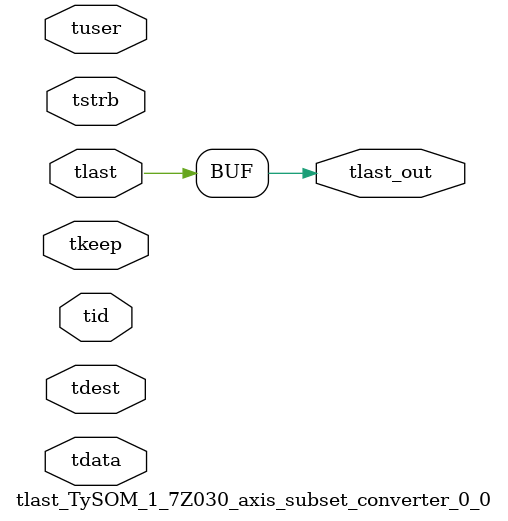
<source format=v>


`timescale 1ps/1ps

module tlast_TySOM_1_7Z030_axis_subset_converter_0_0 #
(
parameter C_S_AXIS_TID_WIDTH   = 1,
parameter C_S_AXIS_TUSER_WIDTH = 0,
parameter C_S_AXIS_TDATA_WIDTH = 0,
parameter C_S_AXIS_TDEST_WIDTH = 0
)
(
input  [(C_S_AXIS_TID_WIDTH   == 0 ? 1 : C_S_AXIS_TID_WIDTH)-1:0       ] tid,
input  [(C_S_AXIS_TDATA_WIDTH == 0 ? 1 : C_S_AXIS_TDATA_WIDTH)-1:0     ] tdata,
input  [(C_S_AXIS_TUSER_WIDTH == 0 ? 1 : C_S_AXIS_TUSER_WIDTH)-1:0     ] tuser,
input  [(C_S_AXIS_TDEST_WIDTH == 0 ? 1 : C_S_AXIS_TDEST_WIDTH)-1:0     ] tdest,
input  [(C_S_AXIS_TDATA_WIDTH/8)-1:0 ] tkeep,
input  [(C_S_AXIS_TDATA_WIDTH/8)-1:0 ] tstrb,
input  [0:0]                                                             tlast,
output                                                                   tlast_out
);

assign tlast_out = {tlast[0]};

endmodule


</source>
